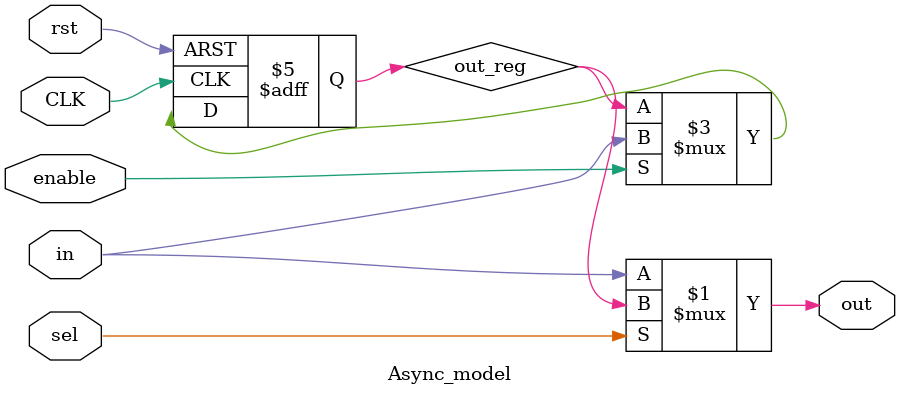
<source format=v>
module MUX_REG_INPUT (in,sel,out,CLK,rst,enable);
parameter WIDTH = 1 ;
parameter MODE="SYNC";
input [WIDTH-1:0]in;
input sel,rst,CLK,enable;
output [WIDTH-1:0] out ;
generate 
if (MODE=="SYNC") sync_model #(.WIDTH(WIDTH)) SS(in,sel,out,CLK,rst,enable);
else Async_model #(.WIDTH(WIDTH)) AA(in,sel,out,CLK,rst,enable);
endgenerate
endmodule //MUX_REG_INPUT
module sync_model(in,sel,out,CLK,rst,enable);
parameter WIDTH = 1 ;
input [WIDTH-1:0]in;
input sel,rst,CLK,enable;
output [WIDTH-1:0] out ;
reg [WIDTH-1:0] out_reg ;
assign out =(sel)?out_reg:in;
always @(posedge CLK) begin
  if(rst) out_reg<=0;
  else if (enable) begin
    out_reg<=in;
  end
end
endmodule
module Async_model(in,sel,out,CLK,rst,enable);
parameter WIDTH = 1 ;
input [WIDTH-1:0]in;
input sel,rst,CLK,enable;
output [WIDTH-1:0] out ;
reg [WIDTH-1:0] out_reg ;
assign out =(sel)?out_reg:in;
always @(posedge CLK or posedge rst) begin
  if(rst) out_reg<=0;
  else if (enable) begin
    out_reg<=in;
  end
end
endmodule
</source>
